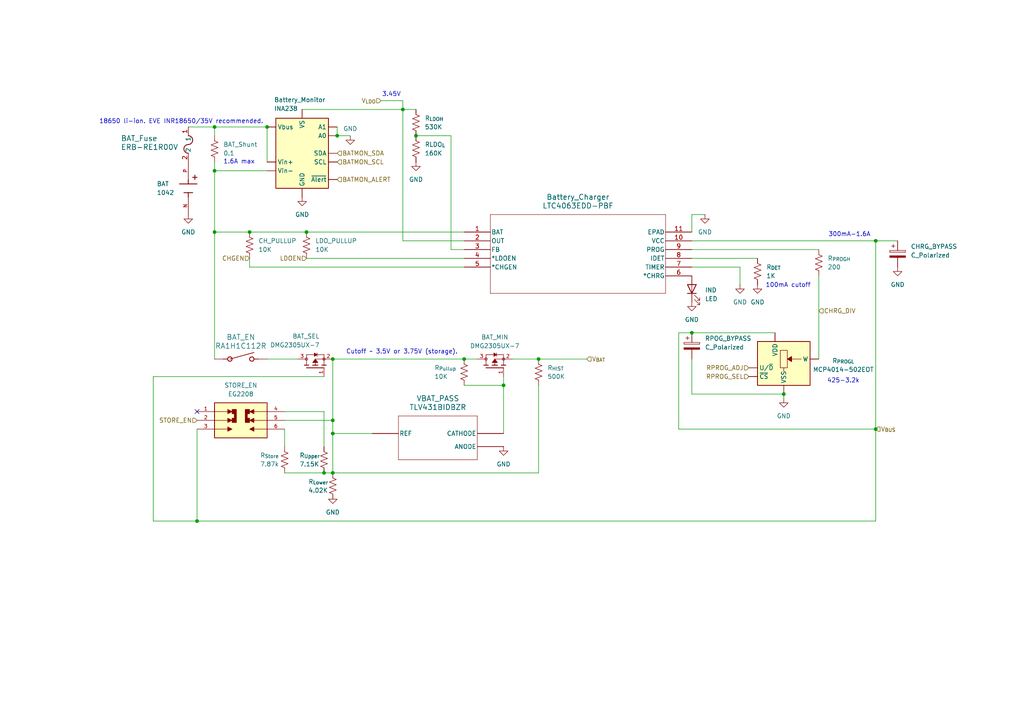
<source format=kicad_sch>
(kicad_sch (version 20250114) (generator "eeschema") (generator_version "9.0")
  (paper "A4")
  (title_block (title "Stenoswitch") (rev "0.1") (company "https://github.com/Bennett-Petzold/port_plover") (comment 1 "NO WARRANTY. See license.") (comment 2 "https://creativecommons.org/licenses/by-sa/4.0/") (comment 3 "© 2025. This work is openly licensed via CC BY-SA 4.0."))
  (lib_symbols
    (symbol "1042:1042" (pin_names (offset 1.016))
      (property "Reference" "BT" (at -3.81 3.81 0))
      (property "Value" "1042" (at -3.81 -5.08 0))
      (symbol "1042_0_0"
        (polyline (pts (xy -3.81 1.905) (xy -2.54 1.905)) (stroke (width 0.254)))
        (polyline (pts (xy -3.175 2.54) (xy -3.175 1.27)) (stroke (width 0.254)))
        (polyline (pts (xy -1.27 2.54) (xy -1.27 -2.54)) (stroke (width 0.254)))
        (polyline (pts (xy -1.27 0) (xy -2.54 0)) (stroke (width 0.254)))
        (polyline (pts (xy 1.27 1.27) (xy 1.27 -1.27)) (stroke (width 0.254)))
        (polyline (pts (xy 1.27 0) (xy 2.54 0)) (stroke (width 0.254)))
        (pin passive line (at -7.62 0 0) (length 5.08) (name "~") (number "P"))
        (pin passive line (at 7.62 0 180) (length 5.08) (name "~") (number "N"))
      )
    )
    (symbol "DMG2305UX-7:DMG2305UX-7" (pin_names (offset 1.016))
      (property "Reference" "Q" (at -8.89 3.81 0))
      (property "Value" "DMG2305UX-7" (at -8.89 -6.35 0))
      (symbol "DMG2305UX-7_0_0"
        (polyline (pts (xy 0 -2.54) (xy 0 2.54)) (stroke (width 0.254)))
        (polyline (pts (xy 0.762 1.905) (xy 0.762 3.175)) (stroke (width 0.254)))
        (polyline (pts (xy 0.762 0) (xy 0.762 0.762)) (stroke (width 0.254)))
        (polyline (pts (xy 0.762 0) (xy 2.54 0)) (stroke (width 0.1524)))
        (polyline (pts (xy 0.762 -0.762) (xy 0.762 0)) (stroke (width 0.254)))
        (polyline (pts (xy 0.762 -2.54) (xy 0.762 -1.905)) (stroke (width 0.254)))
        (polyline (pts (xy 0.762 -2.54) (xy 2.54 -2.54)) (stroke (width 0.1524)))
        (polyline (pts (xy 0.762 -3.175) (xy 0.762 -2.54)) (stroke (width 0.254)))
        (circle (center 2.54 2.54) (radius 0.3592))
        (polyline (pts (xy 2.54 0) (xy 1.524 0.762) (xy 1.524 -0.762) (xy 2.54 0)) (stroke (width 0.1524)) (fill (type outline)))
        (polyline (pts (xy 2.54 -2.54) (xy 2.54 0)) (stroke (width 0.1524)))
        (polyline (pts (xy 2.54 -2.54) (xy 3.81 -2.54)) (stroke (width 0.1524)))
        (circle (center 2.54 -2.54) (radius 0.3592))
        (polyline (pts (xy 3.81 2.54) (xy 0.762 2.54)) (stroke (width 0.1524)))
        (polyline (pts (xy 3.81 2.54) (xy 3.81 -0.508)) (stroke (width 0.1524)))
        (polyline (pts (xy 3.81 -0.508) (xy 3.302 -0.508)) (stroke (width 0.1524)))
        (polyline (pts (xy 3.81 -0.508) (xy 3.81 -2.54)) (stroke (width 0.1524)))
        (polyline (pts (xy 3.81 -0.508) (xy 3.302 0.254) (xy 4.318 0.254) (xy 3.81 -0.508)) (stroke (width 0.1524)) (fill (type outline)))
        (polyline (pts (xy 4.318 -0.508) (xy 3.81 -0.508)) (stroke (width 0.1524)))
        (pin passive line (at -2.54 -2.54 0) (length 2.54) (name "~") (number "1"))
        (pin passive line (at 2.54 5.08 270) (length 2.54) (name "~") (number "3"))
        (pin passive line (at 2.54 -5.08 90) (length 2.54) (name "~") (number "2"))
      )
    )
    (symbol "Device:C_Polarized" (pin_numbers (hide yes)) (pin_names (offset 0.254))
      (property "Reference" "C" (at 0.635 2.54 0))
      (property "Value" "C_Polarized" (at 0.635 -2.54 0))
      (symbol "C_Polarized_0_1"
        (rectangle (start -2.286 0.508) (end 2.286 1.016))
        (polyline (pts (xy -1.778 2.286) (xy -0.762 2.286)))
        (polyline (pts (xy -1.27 2.794) (xy -1.27 1.778)))
        (rectangle (start 2.286 -0.508) (end -2.286 -1.016) (fill (type outline)))
      )
      (symbol "C_Polarized_1_1"
        (pin passive line (at 0 3.81 270) (length 2.794) (name "~") (number "1"))
        (pin passive line (at 0 -3.81 90) (length 2.794) (name "~") (number "2"))
      )
    )
    (symbol "Device:LED" (pin_numbers (hide yes)) (pin_names (offset 1.016) (hide yes))
      (property "Reference" "D" (at 0 2.54 0))
      (property "Value" "LED" (at 0 -2.54 0))
      (symbol "LED_0_1"
        (polyline (pts (xy -3.048 -0.762) (xy -4.572 -2.286) (xy -3.81 -2.286) (xy -4.572 -2.286) (xy -4.572 -1.524)))
        (polyline (pts (xy -1.778 -0.762) (xy -3.302 -2.286) (xy -2.54 -2.286) (xy -3.302 -2.286) (xy -3.302 -1.524)))
        (polyline (pts (xy -1.27 0) (xy 1.27 0)))
        (polyline (pts (xy -1.27 -1.27) (xy -1.27 1.27)) (stroke (width 0.254)))
        (polyline (pts (xy 1.27 -1.27) (xy 1.27 1.27) (xy -1.27 0) (xy 1.27 -1.27)) (stroke (width 0.254)))
      )
      (symbol "LED_1_1"
        (pin passive line (at -3.81 0 0) (length 2.54) (name "K") (number "1"))
        (pin passive line (at 3.81 0 180) (length 2.54) (name "A") (number "2"))
      )
    )
    (symbol "Device:R_US" (pin_numbers (hide yes)) (pin_names (offset 0))
      (property "Reference" "R" (at 2.54 0 90))
      (property "Value" "R_US" (at -2.54 0 90))
      (symbol "R_US_0_1"
        (polyline (pts (xy 0 2.286) (xy 0 2.54)))
        (polyline (pts (xy 0 2.286) (xy 1.016 1.905) (xy 0 1.524) (xy -1.016 1.143) (xy 0 0.762)))
        (polyline (pts (xy 0 0.762) (xy 1.016 0.381) (xy 0 0) (xy -1.016 -0.381) (xy 0 -0.762)))
        (polyline (pts (xy 0 -0.762) (xy 1.016 -1.143) (xy 0 -1.524) (xy -1.016 -1.905) (xy 0 -2.286)))
        (polyline (pts (xy 0 -2.286) (xy 0 -2.54)))
      )
      (symbol "R_US_1_1"
        (pin passive line (at 0 3.81 270) (length 1.27) (name "~") (number "1"))
        (pin passive line (at 0 -3.81 90) (length 1.27) (name "~") (number "2"))
      )
    )
    (symbol "EG2208:EG2208" (pin_names (offset 1.016))
      (property "Reference" "S" (at -7.62 6.35 0))
      (property "Value" "EG2208" (at -7.62 -7.62 0))
      (symbol "EG2208_0_0"
        (polyline (pts (xy -7.62 2.54) (xy -3.81 2.54)) (stroke (width 0.1524)))
        (polyline (pts (xy -7.62 0) (xy -3.81 0)) (stroke (width 0.1524)))
        (polyline (pts (xy -7.62 -2.54) (xy -3.81 -2.54)) (stroke (width 0.1524)))
        (rectangle (start -7.62 -5.08) (end 7.62 5.08) (stroke (width 0.254)) (fill (type background)))
        (polyline (pts (xy -3.81 3.175) (xy -3.81 1.905) (xy -2.54 2.54) (xy -3.81 3.175)) (stroke (width 0.1524)) (fill (type outline)))
        (polyline (pts (xy -3.81 0.635) (xy -3.81 -0.635) (xy -2.54 0) (xy -3.81 0.635)) (stroke (width 0.1524)) (fill (type outline)))
        (polyline (pts (xy -3.81 -1.905) (xy -3.81 -3.175) (xy -2.54 -2.54) (xy -3.81 -1.905)) (stroke (width 0.1524)) (fill (type outline)))
        (polyline (pts (xy -2.54 1.905) (xy -2.54 3.175) (xy -1.27 3.175) (xy -1.27 -0.635) (xy -2.54 -0.635) (xy -2.54 0.635) (xy -1.905 0.635) (xy -1.905 1.905) (xy -2.54 1.905)) (stroke (width 0.1524)) (fill (type outline)))
        (polyline (pts (xy 2.54 0.635) (xy 2.54 -0.635) (xy 1.27 -0.635) (xy 1.27 3.175) (xy 2.54 3.175) (xy 2.54 1.905) (xy 1.905 1.905) (xy 1.905 0.635) (xy 2.54 0.635)) (stroke (width 0.1524)) (fill (type outline)))
        (polyline (pts (xy 3.81 1.905) (xy 3.81 3.175) (xy 2.54 2.54) (xy 3.81 1.905)) (stroke (width 0.1524)) (fill (type outline)))
        (polyline (pts (xy 3.81 -0.635) (xy 3.81 0.635) (xy 2.54 0) (xy 3.81 -0.635)) (stroke (width 0.1524)) (fill (type outline)))
        (polyline (pts (xy 3.81 -3.175) (xy 3.81 -1.905) (xy 2.54 -2.54) (xy 3.81 -3.175)) (stroke (width 0.1524)) (fill (type outline)))
        (polyline (pts (xy 7.62 2.54) (xy 3.81 2.54)) (stroke (width 0.1524)))
        (polyline (pts (xy 7.62 0) (xy 3.81 0)) (stroke (width 0.1524)))
        (polyline (pts (xy 7.62 -2.54) (xy 3.81 -2.54)) (stroke (width 0.1524)))
        (pin passive line (at -12.7 2.54 0) (length 5.08) (name "~") (number "1"))
        (pin passive line (at -12.7 0 0) (length 5.08) (name "~") (number "2"))
        (pin passive line (at -12.7 -2.54 0) (length 5.08) (name "~") (number "3"))
        (pin passive line (at 12.7 2.54 180) (length 5.08) (name "~") (number "4"))
        (pin passive line (at 12.7 0 180) (length 5.08) (name "~") (number "5"))
        (pin passive line (at 12.7 -2.54 180) (length 5.08) (name "~") (number "6"))
      )
    )
    (symbol "ERB_RE1R00V:ERB-RE1R00V" (pin_names (offset 0.254))
      (property "Reference" "F" (at 5.08 3.175 0))
      (property "Value" "ERB-RE1R00V" (at 5.08 -3.175 0))
      (symbol "ERB-RE1R00V_1_1"
        (arc (start 2.54 0) (mid 3.81 1.2645) (end 5.08 0) (stroke (width 0.254)))
        (arc (start 7.62 0) (mid 6.35 -1.2645) (end 5.08 0) (stroke (width 0.254)))
        (pin unspecified line (at 0 0 0) (length 2.54) (name "1") (number "1"))
        (pin unspecified line (at 10.16 0 180) (length 2.54) (name "2") (number "2"))
      )
      (symbol "ERB-RE1R00V_1_2"
        (arc (start 0 7.62) (mid 1.2645 6.35) (end 0 5.08) (stroke (width 0.254)))
        (arc (start 0 2.54) (mid -1.2645 3.81) (end 0 5.08) (stroke (width 0.254)))
        (pin unspecified line (at 0 10.16 270) (length 2.54) (name "2") (number "2"))
        (pin unspecified line (at 0 0 90) (length 2.54) (name "1") (number "1"))
      )
    )
    (symbol "LTC4063:LTC4063EDD-PBF" (pin_names (offset 0.254))
      (property "Reference" "U" (at 33.02 10.16 0))
      (property "Value" "LTC4063EDD-PBF" (at 33.02 7.62 0))
      (symbol "LTC4063EDD-PBF_0_1"
        (polyline (pts (xy 7.62 5.08) (xy 7.62 -17.78)) (stroke (width 0.127)))
        (polyline (pts (xy 7.62 -17.78) (xy 58.42 -17.78)) (stroke (width 0.127)))
        (polyline (pts (xy 58.42 5.08) (xy 7.62 5.08)) (stroke (width 0.127)))
        (polyline (pts (xy 58.42 -17.78) (xy 58.42 5.08)) (stroke (width 0.127)))
        (pin bidirectional line (at 0 0 0) (length 7.62) (name "BAT") (number "1"))
        (pin output line (at 0 -2.54 0) (length 7.62) (name "OUT") (number "2"))
        (pin input line (at 0 -5.08 0) (length 7.62) (name "FB") (number "3"))
        (pin input line (at 0 -7.62 0) (length 7.62) (name "*LDOEN") (number "4"))
        (pin input line (at 0 -10.16 0) (length 7.62) (name "*CHGEN") (number "5"))
        (pin unspecified line (at 66.04 0 180) (length 7.62) (name "EPAD") (number "11"))
        (pin power_in line (at 66.04 -2.54 180) (length 7.62) (name "VCC") (number "10"))
        (pin unspecified line (at 66.04 -5.08 180) (length 7.62) (name "PROG") (number "9"))
        (pin unspecified line (at 66.04 -7.62 180) (length 7.62) (name "IDET") (number "8"))
        (pin unspecified line (at 66.04 -10.16 180) (length 7.62) (name "TIMER") (number "7"))
        (pin output line (at 66.04 -12.7 180) (length 7.62) (name "*CHRG") (number "6"))
      )
    )
    (symbol "Potentiometer_Digital:MCP4014-xxxxOT" (pin_numbers (hide yes))
      (property "Reference" "U" (at -7.62 8.89 0))
      (property "Value" "MCP4014-xxxxOT" (at 1.27 8.89 0))
      (symbol "MCP4014-xxxxOT_1_1"
        (rectangle (start -7.62 7.62) (end 7.62 -5.08) (stroke (width 0.254)) (fill (type background)))
        (polyline (pts (xy 0 0) (xy 0 -1.016)))
        (rectangle (start 1.016 0) (end -1.016 5.08))
        (polyline (pts (xy 2.286 1.778) (xy 2.286 3.302) (xy 1.016 2.54) (xy 2.286 1.778)) (fill (type outline)))
        (polyline (pts (xy 5.08 2.54) (xy 2.286 2.54)))
        (pin input line (at -10.16 0 0) (length 2.54) (name "U/~{D}") (number "3"))
        (pin input line (at -10.16 -2.54 0) (length 2.54) (name "~{CS}") (number "4"))
        (pin power_in line (at -2.54 10.16 270) (length 2.54) (name "VDD") (number "1"))
        (pin power_in line (at 0 -7.62 90) (length 2.54) (name "VSS") (number "2"))
        (pin passive line (at 10.16 2.54 180) (length 2.54) (name "W") (number "5"))
      )
    )
    (symbol "RA1H1C112R:RA1H1C112R" (pin_numbers (hide yes)) (pin_names (offset 0.254) (hide yes))
      (property "Reference" "SW" (at 7.62 3.81 0))
      (property "Value" "RA1H1C112R" (at 0 0 0))
      (symbol "RA1H1C112R_0_1"
        (polyline (pts (xy 2.54 0) (xy 3.81 0)) (stroke (width 0.2032)))
        (polyline (pts (xy 4.445 0) (xy 11.43 1.905)) (stroke (width 0.2032)))
        (circle (center 4.445 0) (radius 0.635) (stroke (width 0.254)))
        (circle (center 10.795 0) (radius 0.635) (stroke (width 0.254)))
        (polyline (pts (xy 12.7 0) (xy 11.43 0)) (stroke (width 0.2032)))
        (pin unspecified line (at 0 0 0) (length 2.54) (name "1") (number "1"))
        (pin unspecified line (at 15.24 0 180) (length 2.54) (name "2") (number "2"))
      )
    )
    (symbol "Sensor_Energy:INA238" (pin_numbers (hide yes))
      (property "Reference" "U" (at -6.35 11.43 0))
      (property "Value" "INA238" (at 3.81 11.43 0))
      (symbol "INA238_0_1"
        (rectangle (start 7.62 10.16) (end -7.62 -10.16) (stroke (width 0.254)) (fill (type background)))
      )
      (symbol "INA238_1_1"
        (pin input line (at -10.16 7.62 0) (length 2.54) (name "Vbus") (number "8"))
        (pin input line (at -10.16 -2.54 0) (length 2.54) (name "Vin+") (number "10"))
        (pin input line (at -10.16 -5.08 0) (length 2.54) (name "Vin-") (number "9"))
        (pin power_in line (at 0 12.7 270) (length 2.54) (name "VS") (number "6"))
        (pin power_in line (at 0 -12.7 90) (length 2.54) (name "GND") (number "7"))
        (pin input line (at 10.16 7.62 180) (length 2.54) (name "A1") (number "1"))
        (pin input line (at 10.16 5.08 180) (length 2.54) (name "A0") (number "2"))
        (pin bidirectional line (at 10.16 0 180) (length 2.54) (name "SDA") (number "4"))
        (pin input line (at 10.16 -2.54 180) (length 2.54) (name "SCL") (number "5"))
        (pin open_collector line (at 10.16 -7.62 180) (length 2.54) (name "~{Alert}") (number "3"))
      )
    )
    (symbol "TLV431BIDBZR:TLV431BIDBZR" (pin_numbers (hide yes)) (pin_names (offset 0.254))
      (property "Reference" "U1" (at 33.02 10.16 0))
      (property "Value" "TLV431BIDBZR" (at 33.02 7.62 0))
      (symbol "TLV431BIDBZR_0_1"
        (polyline (pts (xy 21.59 5.08) (xy 21.59 -7.62)) (stroke (width 0.127)))
        (polyline (pts (xy 21.59 -7.62) (xy 44.45 -7.62)) (stroke (width 0.127)))
        (polyline (pts (xy 44.45 5.08) (xy 21.59 5.08)) (stroke (width 0.127)))
        (polyline (pts (xy 44.45 -7.62) (xy 44.45 5.08)) (stroke (width 0.127)))
        (pin unspecified line (at 13.97 0 0) (length 7.62) (name "REF") (number "1"))
        (pin unspecified line (at 52.07 0 180) (length 7.62) (name "CATHODE") (number "2"))
        (pin unspecified line (at 52.07 -3.81 180) (length 7.62) (name "ANODE") (number "3"))
      )
    )
    (symbol "power:GND" (power) (pin_numbers (hide yes)) (pin_names (offset 0) (hide yes))
      (property "Value" "GND" (at 0 -3.81 0))
      (symbol "GND_0_1"
        (polyline (pts (xy 0 0) (xy 0 -1.27) (xy 1.27 -1.27) (xy 0 -2.54) (xy -1.27 -1.27) (xy 0 -1.27)))
      )
      (symbol "GND_1_1"
        (pin power_in line (at 0 0 270) (length 0) (name "~") (number "1"))
      )
    )
  )
  (text "3.45V" (at 113.538 27.432 0) (effects (font (size 1.27 1.27))))
  (text "300mA-1.6A\n" (at 246.38 68.072 0) (effects (font (size 1.27 1.27))))
  (text "18650 li-ion. EVE INR18650/35V recommended." (at 52.578 35.306 0) (effects (font (size 1.27 1.27))))
  (text "1.6A max\n" (at 69.342 46.99 0) (effects (font (size 1.27 1.27))))
  (text "425-3.2k" (at 244.602 110.49 0) (effects (font (size 1.27 1.27))))
  (text "Cutoff ~ 3.5V or 3.75V (storage).\n" (at 116.586 102.108 0) (effects (font (size 1.27 1.27))))
  (text "100mA cutoff\n" (at 228.6 82.804 0) (effects (font (size 1.27 1.27))))
  (junction (at 88.9 67.31))
  (junction (at 96.52 125.73))
  (junction (at 96.52 104.14))
  (junction (at 146.05 111.76))
  (junction (at 77.47 36.83))
  (junction (at 254 69.85))
  (junction (at 97.79 39.37))
  (junction (at 72.39 67.31))
  (junction (at 116.84 31.75))
  (junction (at 62.23 49.53))
  (junction (at 93.98 137.16))
  (junction (at 120.65 39.37))
  (junction (at 57.15 151.13))
  (junction (at 134.62 104.14))
  (junction (at 227.33 114.3))
  (junction (at 62.23 36.83))
  (junction (at 96.52 121.92))
  (junction (at 96.52 137.16))
  (junction (at 156.21 104.14))
  (junction (at 200.66 96.52))
  (junction (at 62.23 67.31))
  (junction (at 254 124.46))
  (no_connect (at 57.15 119.38))
  (wire (pts (xy 134.62 111.76) (xy 146.05 111.76)))
  (wire (pts (xy 130.81 39.37) (xy 130.81 72.39)))
  (wire (pts (xy 82.55 137.16) (xy 93.98 137.16)))
  (wire (pts (xy 214.63 77.47) (xy 214.63 82.55)))
  (wire (pts (xy 72.39 77.47) (xy 134.62 77.47)))
  (wire (pts (xy 116.84 69.85) (xy 134.62 69.85)))
  (wire (pts (xy 96.52 104.14) (xy 96.52 121.92)))
  (wire (pts (xy 93.98 137.16) (xy 96.52 137.16)))
  (wire (pts (xy 93.98 119.38) (xy 93.98 129.54)))
  (wire (pts (xy 200.66 72.39) (xy 237.49 72.39)))
  (wire (pts (xy 200.66 62.23) (xy 204.47 62.23)))
  (wire (pts (xy 156.21 137.16) (xy 156.21 111.76)))
  (wire (pts (xy 97.79 39.37) (xy 101.6 39.37)))
  (wire (pts (xy 116.84 31.75) (xy 116.84 69.85)))
  (wire (pts (xy 200.66 104.14) (xy 200.66 114.3)))
  (wire (pts (xy 196.85 96.52) (xy 200.66 96.52)))
  (wire (pts (xy 44.45 151.13) (xy 57.15 151.13)))
  (wire (pts (xy 146.05 111.76) (xy 146.05 109.22)))
  (wire (pts (xy 77.47 49.53) (xy 62.23 49.53)))
  (wire (pts (xy 62.23 46.99) (xy 62.23 49.53)))
  (wire (pts (xy 146.05 111.76) (xy 146.05 125.73)))
  (wire (pts (xy 107.95 125.73) (xy 96.52 125.73)))
  (wire (pts (xy 77.47 36.83) (xy 62.23 36.83)))
  (wire (pts (xy 200.66 96.52) (xy 224.79 96.52)))
  (wire (pts (xy 62.23 39.37) (xy 62.23 36.83)))
  (wire (pts (xy 57.15 124.46) (xy 57.15 151.13)))
  (wire (pts (xy 87.63 31.75) (xy 116.84 31.75)))
  (wire (pts (xy 72.39 74.93) (xy 72.39 77.47)))
  (wire (pts (xy 200.66 62.23) (xy 200.66 67.31)))
  (wire (pts (xy 82.55 121.92) (xy 96.52 121.92)))
  (wire (pts (xy 97.79 39.37) (xy 97.79 36.83)))
  (wire (pts (xy 62.23 49.53) (xy 62.23 67.31)))
  (wire (pts (xy 96.52 121.92) (xy 96.52 125.73)))
  (wire (pts (xy 62.23 67.31) (xy 62.23 104.14)))
  (wire (pts (xy 44.45 109.22) (xy 93.98 109.22)))
  (wire (pts (xy 148.59 104.14) (xy 156.21 104.14)))
  (wire (pts (xy 88.9 74.93) (xy 134.62 74.93)))
  (wire (pts (xy 254 69.85) (xy 254 124.46)))
  (wire (pts (xy 54.61 36.83) (xy 62.23 36.83)))
  (wire (pts (xy 88.9 67.31) (xy 134.62 67.31)))
  (wire (pts (xy 200.66 114.3) (xy 227.33 114.3)))
  (wire (pts (xy 200.66 74.93) (xy 219.71 74.93)))
  (wire (pts (xy 200.66 69.85) (xy 254 69.85)))
  (wire (pts (xy 110.49 29.21) (xy 116.84 29.21)))
  (wire (pts (xy 120.65 31.75) (xy 116.84 31.75)))
  (wire (pts (xy 44.45 151.13) (xy 44.45 109.22)))
  (wire (pts (xy 200.66 77.47) (xy 214.63 77.47)))
  (wire (pts (xy 77.47 104.14) (xy 86.36 104.14)))
  (wire (pts (xy 62.23 67.31) (xy 72.39 67.31)))
  (wire (pts (xy 116.84 31.75) (xy 116.84 29.21)))
  (wire (pts (xy 96.52 125.73) (xy 96.52 137.16)))
  (wire (pts (xy 156.21 104.14) (xy 170.18 104.14)))
  (wire (pts (xy 96.52 104.14) (xy 134.62 104.14)))
  (wire (pts (xy 72.39 67.31) (xy 88.9 67.31)))
  (wire (pts (xy 57.15 151.13) (xy 254 151.13)))
  (wire (pts (xy 77.47 36.83) (xy 77.47 46.99)))
  (wire (pts (xy 254 124.46) (xy 254 151.13)))
  (wire (pts (xy 254 69.85) (xy 260.35 69.85)))
  (wire (pts (xy 237.49 80.01) (xy 237.49 104.14)))
  (wire (pts (xy 196.85 124.46) (xy 254 124.46)))
  (wire (pts (xy 96.52 144.78) (xy 96.52 143.51)))
  (wire (pts (xy 227.33 114.3) (xy 227.33 115.57)))
  (wire (pts (xy 196.85 96.52) (xy 196.85 124.46)))
  (wire (pts (xy 134.62 104.14) (xy 138.43 104.14)))
  (wire (pts (xy 82.55 119.38) (xy 93.98 119.38)))
  (wire (pts (xy 82.55 124.46) (xy 82.55 129.54)))
  (wire (pts (xy 130.81 39.37) (xy 120.65 39.37)))
  (wire (pts (xy 130.81 72.39) (xy 134.62 72.39)))
  (wire (pts (xy 96.52 137.16) (xy 156.21 137.16)))
  (hierarchical_label "V_{BAT}" (shape input) (at 170.18 104.14 0))
  (hierarchical_label "CHRG_DIV" (shape input) (at 237.49 90.17 0))
  (hierarchical_label "V_{LDO}" (shape input) (at 110.49 29.21 180))
  (hierarchical_label "BATMON_ALERT" (shape input) (at 97.79 52.07 0))
  (hierarchical_label "V_{BUS}" (shape input) (at 254 124.46 0))
  (hierarchical_label "LDOEN" (shape input) (at 88.9 74.93 180))
  (hierarchical_label "RPROG_SEL" (shape input) (at 217.17 109.22 180))
  (hierarchical_label "STORE_EN" (shape input) (at 57.15 121.92 180))
  (hierarchical_label "CHGEN" (shape input) (at 72.39 74.93 180))
  (hierarchical_label "RPROG_ADJ" (shape input) (at 217.17 106.68 180))
  (hierarchical_label "BATMON_SCL" (shape input) (at 97.79 46.99 0))
  (hierarchical_label "BATMON_SDA" (shape input) (at 97.79 44.45 0))
  (symbol (lib_id "Device:R_US") (at 96.52 140.97 0) (unit 1)
    (property "Reference" "R_{Lower}" (at 89.408 139.7 0) (effects (justify left)))
    (property "Value" "4.02K" (at 89.408 142.24 0) (effects (justify left)))
    (property "Description" "Resistor, US symbol" (effects (hide yes)))
  )
  (symbol (lib_id "DMG2305UX-7:DMG2305UX-7") (at 143.51 106.68 90) (unit 1)
    (property "Reference" "BAT_MIN" (at 143.51 97.79 90))
    (property "Value" "DMG2305UX-7" (at 143.51 100.33 90))
    (property "Footprint" "DMG2305UX-7:SOT91P240X110-3N_DMG2305UX-7" (effects (hide yes)))
    (property "PARTREV" "09/2018" (effects (hide yes)))
    (property "MANUFACTURER" "Diodes Inc." (effects (hide yes)))
    (property "MAXIMUM_PACKAGE_HEIGHT" "1.1mm" (effects (hide yes)))
    (property "STANDARD" "IPC-7351B" (effects (hide yes)))
  )
  (symbol (lib_id "DMG2305UX-7:DMG2305UX-7") (at 91.44 106.68 90) (unit 1)
    (property "Reference" "BAT_SEL" (at 92.71 97.536 90) (effects (justify left)))
    (property "Value" "DMG2305UX-7" (at 92.71 100.076 90) (effects (justify left)))
    (property "Footprint" "DMG2305UX-7:SOT91P240X110-3N_DMG2305UX-7" (effects (hide yes)))
    (property "PARTREV" "09/2018" (effects (hide yes)))
    (property "MANUFACTURER" "Diodes Inc." (effects (hide yes)))
    (property "MAXIMUM_PACKAGE_HEIGHT" "1.1mm" (effects (hide yes)))
    (property "STANDARD" "IPC-7351B" (effects (hide yes)))
  )
  (symbol (lib_id "power:GND") (at 227.33 115.57 0) (unit 1)
    (property "Reference" "#PWR09" (effects (hide yes)))
    (property "Value" "GND" (at 227.33 120.65 0))
    (property "Description" "Power symbol creates a global label with name \"GND\" , ground" (effects (hide yes)))
  )
  (symbol (lib_id "Device:R_US") (at 120.65 35.56 0) (unit 1)
    (property "Reference" "R_{LDOH}" (at 123.19 34.2899 0) (effects (justify left)))
    (property "Value" "530K" (at 123.19 36.8299 0) (effects (justify left)))
    (property "Description" "Resistor, US symbol" (effects (hide yes)))
  )
  (symbol (lib_id "power:GND") (at 219.71 82.55 0) (unit 1)
    (property "Reference" "#PWR028" (effects (hide yes)))
    (property "Value" "GND" (at 219.71 87.63 0))
    (property "Description" "Power symbol creates a global label with name \"GND\" , ground" (effects (hide yes)))
  )
  (symbol (lib_id "RA1H1C112R:RA1H1C112R") (at 62.23 104.14 0) (unit 1)
    (property "Reference" "BAT_EN" (at 69.85 97.79 0) (effects (font (size 1.524 1.524))))
    (property "Value" "RA1H1C112R" (at 69.85 100.33 0) (effects (font (size 1.524 1.524))))
    (property "Footprint" "SW_RA1H1C112R_EWI" (effects (hide yes)))
    (property "Datasheet" "RA1H1C112R" (effects (hide yes)))
  )
  (symbol (lib_id "TLV431BIDBZR:TLV431BIDBZR") (at 93.98 125.73 0) (unit 1)
    (property "Reference" "VBAT_PASS" (at 127 115.57 0) (effects (font (size 1.524 1.524))))
    (property "Value" "TLV431BIDBZR" (at 127 118.11 0) (effects (font (size 1.524 1.524))))
    (property "Footprint" "DBZ3" (effects (hide yes)))
    (property "Datasheet" "https://www.ti.com/lit/gpn/tlv431b" (effects (hide yes)))
  )
  (symbol (lib_id "Device:R_US") (at 219.71 78.74 0) (unit 1)
    (property "Reference" "R_{DET}" (at 222.25 77.4699 0) (effects (justify left)))
    (property "Value" "1K" (at 222.25 80.0099 0) (effects (justify left)))
    (property "Description" "Resistor, US symbol" (effects (hide yes)))
  )
  (symbol (lib_id "power:GND") (at 87.63 57.15 0) (unit 1)
    (property "Reference" "#PWR012" (effects (hide yes)))
    (property "Value" "GND" (at 87.63 62.23 0))
    (property "Description" "Power symbol creates a global label with name \"GND\" , ground" (effects (hide yes)))
  )
  (symbol (lib_id "Device:LED") (at 200.66 83.82 90) (unit 1)
    (property "Reference" "IND" (at 204.47 84.1374 90) (effects (justify right)))
    (property "Value" "LED" (at 204.47 86.6774 90) (effects (justify right)))
    (property "Description" "Light emitting diode" (effects (hide yes)))
    (property "Sim.Pins" "1=K 2=A" (effects (hide yes)))
  )
  (symbol (lib_id "Device:C_Polarized") (at 260.35 73.66 0) (unit 1)
    (property "Reference" "CHRG_BYPASS" (at 264.16 71.5009 0) (effects (justify left)))
    (property "Value" "C_Polarized" (at 264.16 74.0409 0) (effects (justify left)))
    (property "Description" "Polarized capacitor" (effects (hide yes)))
  )
  (symbol (lib_id "power:GND") (at 200.66 87.63 0) (unit 1)
    (property "Reference" "#PWR022" (effects (hide yes)))
    (property "Value" "GND" (at 200.66 92.71 0))
    (property "Description" "Power symbol creates a global label with name \"GND\" , ground" (effects (hide yes)))
  )
  (symbol (lib_id "power:GND") (at 54.61 62.23 0) (unit 1)
    (property "Reference" "#PWR016" (effects (hide yes)))
    (property "Value" "GND" (at 54.61 67.31 0))
    (property "Description" "Power symbol creates a global label with name \"GND\" , ground" (effects (hide yes)))
  )
  (symbol (lib_id "power:GND") (at 146.05 129.54 0) (unit 1)
    (property "Reference" "#PWR019" (effects (hide yes)))
    (property "Value" "GND" (at 146.05 134.62 0))
    (property "Description" "Power symbol creates a global label with name \"GND\" , ground" (effects (hide yes)))
  )
  (symbol (lib_id "Device:R_US") (at 88.9 71.12 0) (unit 1)
    (property "Reference" "LDO_PULLUP" (at 91.44 69.8499 0) (effects (justify left)))
    (property "Value" "10K" (at 91.44 72.3899 0) (effects (justify left)))
    (property "Description" "Resistor, US symbol" (effects (hide yes)))
  )
  (symbol (lib_id "Device:R_US") (at 62.23 43.18 0) (unit 1)
    (property "Reference" "BAT_Shunt" (at 64.77 41.9099 0) (effects (justify left)))
    (property "Value" "0.1" (at 64.77 44.4499 0) (effects (justify left)))
    (property "Description" "Resistor, US symbol" (effects (hide yes)))
  )
  (symbol (lib_id "Device:C_Polarized") (at 200.66 100.33 0) (unit 1)
    (property "Reference" "RPOG_BYPASS" (at 204.47 98.1709 0) (effects (justify left)))
    (property "Value" "C_Polarized" (at 204.47 100.7109 0) (effects (justify left)))
    (property "Description" "Polarized capacitor" (effects (hide yes)))
  )
  (symbol (lib_id "LTC4063:LTC4063EDD-PBF") (at 134.62 67.31 0) (unit 1)
    (property "Reference" "Battery_Charger" (at 167.64 57.15 0) (effects (font (size 1.524 1.524))))
    (property "Value" "LTC4063EDD-PBF" (at 167.64 59.69 0) (effects (font (size 1.524 1.524))))
    (property "Footprint" "DFN-10_DD_LIT" (effects (hide yes)))
    (property "Datasheet" "https://www.analog.com/media/en/technical-documentation/data-sheets/4063fc.pdf" (effects (hide yes)))
  )
  (symbol (lib_id "Device:R_US") (at 72.39 71.12 0) (unit 1)
    (property "Reference" "CH_PULLUP" (at 74.93 69.8499 0) (effects (justify left)))
    (property "Value" "10K" (at 74.93 72.3899 0) (effects (justify left)))
    (property "Description" "Resistor, US symbol" (effects (hide yes)))
  )
  (symbol (lib_id "Device:R_US") (at 93.98 133.35 0) (unit 1)
    (property "Reference" "R_{Upper}" (at 86.868 132.08 0) (effects (justify left)))
    (property "Value" "7.15K" (at 86.868 134.62 0) (effects (justify left)))
    (property "Description" "Resistor, US symbol" (effects (hide yes)))
  )
  (symbol (lib_id "power:GND") (at 204.47 62.23 0) (unit 1)
    (property "Reference" "#PWR010" (effects (hide yes)))
    (property "Value" "GND" (at 204.47 67.31 0))
    (property "Description" "Power symbol creates a global label with name \"GND\" , ground" (effects (hide yes)))
  )
  (symbol (lib_id "EG2208:EG2208") (at 69.85 121.92 0) (unit 1)
    (property "Reference" "STORE_EN" (at 69.85 111.76 0))
    (property "Value" "EG2208" (at 69.85 114.3 0))
    (property "Footprint" "EG2208:SW_EG2208" (effects (hide yes)))
    (property "PARTREV" "C" (effects (hide yes)))
    (property "MANUFACTURER" "E-Switch" (effects (hide yes)))
    (property "MAXIMUM_PACKAGE_HEIGHT" "5.0 mm" (effects (hide yes)))
    (property "STANDARD" "Manufacturer Recommendations" (effects (hide yes)))
  )
  (symbol (lib_id "Device:R_US") (at 134.62 107.95 0) (unit 1)
    (property "Reference" "R_{Pullup}" (at 125.984 106.68 0) (effects (justify left)))
    (property "Value" "10K" (at 125.984 109.22 0) (effects (justify left)))
    (property "Description" "Resistor, US symbol" (effects (hide yes)))
  )
  (symbol (lib_id "power:GND") (at 101.6 39.37 0) (unit 1)
    (property "Reference" "#PWR027" (effects (hide yes)))
    (property "Value" "GND" (at 101.6 37.338 0))
    (property "Description" "Power symbol creates a global label with name \"GND\" , ground" (effects (hide yes)))
  )
  (symbol (lib_id "power:GND") (at 260.35 77.47 0) (unit 1)
    (property "Reference" "#PWR029" (effects (hide yes)))
    (property "Value" "GND" (at 260.35 82.55 0))
    (property "Description" "Power symbol creates a global label with name \"GND\" , ground" (effects (hide yes)))
  )
  (symbol (lib_id "Device:R_US") (at 156.21 107.95 0) (unit 1)
    (property "Reference" "R_{HIST}" (at 158.75 106.6799 0) (effects (justify left)))
    (property "Value" "500K" (at 158.75 109.2199 0) (effects (justify left)))
    (property "Description" "Resistor, US symbol" (effects (hide yes)))
  )
  (symbol (lib_id "power:GND") (at 120.65 46.99 0) (unit 1)
    (property "Reference" "#PWR013" (effects (hide yes)))
    (property "Value" "GND" (at 120.65 52.07 0))
    (property "Description" "Power symbol creates a global label with name \"GND\" , ground" (effects (hide yes)))
  )
  (symbol (lib_id "Potentiometer_Digital:MCP4014-xxxxOT") (at 227.33 106.68 0) (unit 1)
    (property "Reference" "R_{PROGL}" (at 244.602 104.648 0))
    (property "Value" "MCP4014-502EOT" (at 244.602 107.188 0))
    (property "Footprint" "Package_TO_SOT_SMD:SOT-23-5" (effects (hide yes)))
    (property "Datasheet" "http://ww1.microchip.com/downloads/en/DeviceDoc/21978c.pdf, SOT-23-5" (effects (hide yes)))
    (property "Description" "Low-Cost 64-Step Volatile Digital Potentiometer" (effects (hide yes)))
  )
  (symbol (lib_id "power:GND") (at 214.63 82.55 0) (unit 1)
    (property "Reference" "#PWR026" (effects (hide yes)))
    (property "Value" "GND" (at 214.63 87.63 0))
    (property "Description" "Power symbol creates a global label with name \"GND\" , ground" (effects (hide yes)))
  )
  (symbol (lib_id "Device:R_US") (at 82.55 133.35 0) (unit 1)
    (property "Reference" "R_{Store}" (at 75.438 132.08 0) (effects (justify left)))
    (property "Value" "7.87k" (at 75.438 134.62 0) (effects (justify left)))
    (property "Description" "Resistor, US symbol" (effects (hide yes)))
  )
  (symbol (lib_id "Device:R_US") (at 120.65 43.18 0) (unit 1)
    (property "Reference" "RLDO_{L}" (at 123.19 41.9099 0) (effects (justify left)))
    (property "Value" "160K" (at 123.19 44.4499 0) (effects (justify left)))
    (property "Description" "Resistor, US symbol" (effects (hide yes)))
  )
  (symbol (lib_id "Sensor_Energy:INA238") (at 87.63 44.45 0) (unit 1)
    (property "Reference" "Battery_Monitor" (at 79.502 28.956 0) (effects (justify left)))
    (property "Value" "INA238" (at 79.502 31.496 0) (effects (justify left)))
    (property "Footprint" "Package_SO:VSSOP-10_3x3mm_P0.5mm" (effects (hide yes)))
    (property "Datasheet" "https://www.ti.com/lit/ds/symlink/ina238.pdf" (effects (hide yes)))
    (property "Description" "High-Side or Low-Side Measurement, Bi-Directional Current and Power Monitor (0-85V) with I2C, SMBus-, and PMBus-Compatible Interface, VSSOP-10" (effects (hide yes)))
  )
  (symbol (lib_id "ERB_RE1R00V:ERB-RE1R00V") (at 54.61 36.83 270) (unit 1)
    (property "Reference" "BAT_Fuse" (at 35.052 40.132 90) (effects (font (size 1.524 1.524)) (justify left)))
    (property "Value" "ERB-RE1R00V" (at 35.052 42.672 90) (effects (font (size 1.524 1.524)) (justify left)))
    (property "Footprint" "FUSE_ERBRE_PAN" (effects (hide yes)))
    (property "Datasheet" "ERB-RE1R00V" (effects (hide yes)))
  )
  (symbol (lib_id "Device:R_US") (at 237.49 76.2 0) (unit 1)
    (property "Reference" "R_{PROGH}" (at 240.03 74.9299 0) (effects (justify left)))
    (property "Value" "200" (at 240.03 77.4699 0) (effects (justify left)))
    (property "Description" "Resistor, US symbol" (effects (hide yes)))
  )
  (symbol (lib_id "1042:1042") (at 54.61 54.61 270) (unit 1)
    (property "Reference" "BAT" (at 45.466 53.34 90) (effects (justify left)))
    (property "Value" "1042" (at 45.466 55.88 90) (effects (justify left)))
    (property "Footprint" "1042:BAT_1042" (effects (hide yes)))
    (property "PARTREV" "E" (effects (hide yes)))
    (property "MANUFACTURER" "Keystone" (effects (hide yes)))
    (property "SNAPEDA_PN" "1042" (effects (hide yes)))
    (property "MAXIMUM_PACKAGE_HEIGHT" "15.11mm" (effects (hide yes)))
    (property "STANDARD" "Manufacturer Recommendations" (effects (hide yes)))
  )
  (symbol (lib_id "power:GND") (at 96.52 143.51 0) (unit 1)
    (property "Reference" "#PWR017" (effects (hide yes)))
    (property "Value" "GND" (at 96.52 148.59 0))
    (property "Description" "Power symbol creates a global label with name \"GND\" , ground" (effects (hide yes)))
  )
)
</source>
